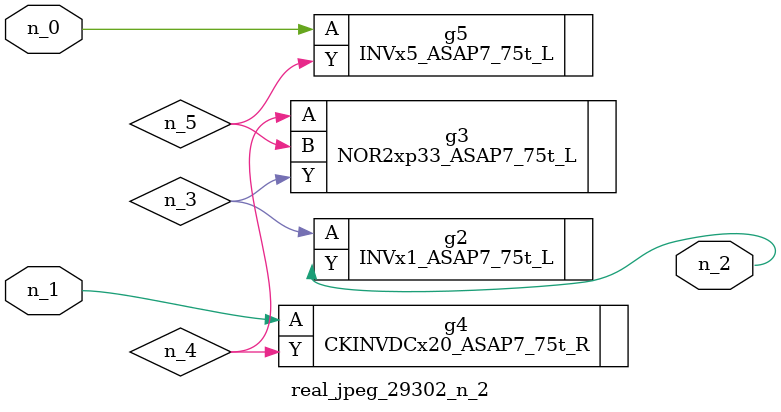
<source format=v>
module real_jpeg_29302_n_2 (n_1, n_0, n_2);

input n_1;
input n_0;

output n_2;

wire n_5;
wire n_4;
wire n_3;

INVx5_ASAP7_75t_L g5 ( 
.A(n_0),
.Y(n_5)
);

CKINVDCx20_ASAP7_75t_R g4 ( 
.A(n_1),
.Y(n_4)
);

INVx1_ASAP7_75t_L g2 ( 
.A(n_3),
.Y(n_2)
);

NOR2xp33_ASAP7_75t_L g3 ( 
.A(n_4),
.B(n_5),
.Y(n_3)
);


endmodule
</source>
